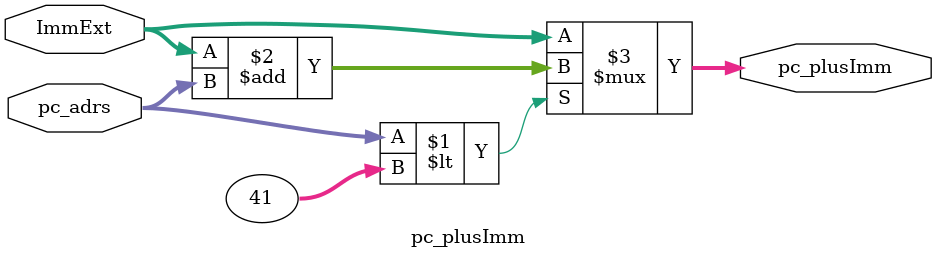
<source format=v>
`timescale 1ns / 1ps


(* keep_hierarchy = "yes" *) module pc_plusImm(
    input wire [31:0] ImmExt,pc_adrs,
    output wire [31:0] pc_plusImm
    );


 assign  pc_plusImm = (pc_adrs < 41) ?  ImmExt + pc_adrs : ImmExt;
endmodule

</source>
